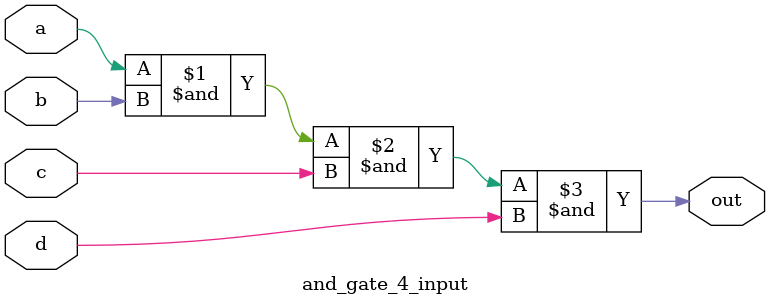
<source format=sv>
`timescale 1ps/1ps

module and_gate_4_input(a, b, c, d, out);
	input logic a, b, c, d;
	output logic out;
	assign #50 out = a & b & c & d;
endmodule 
</source>
